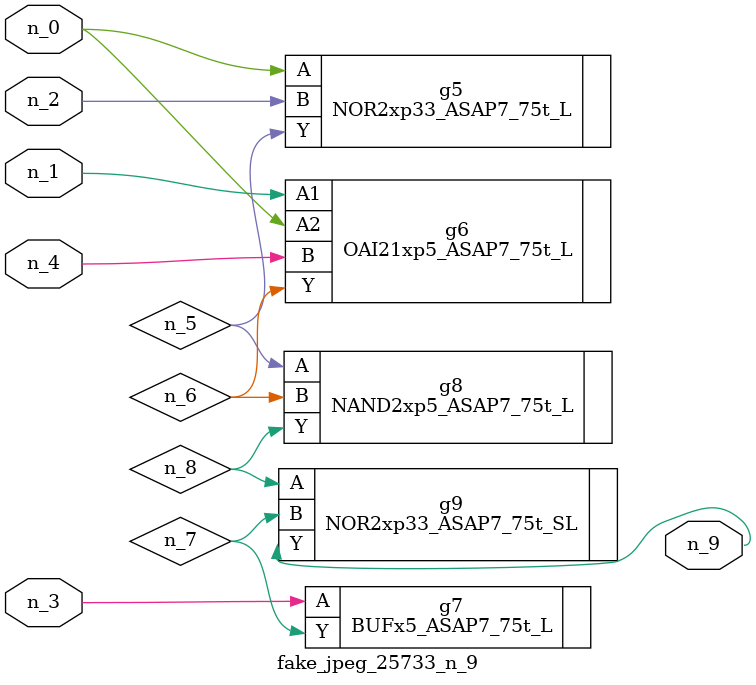
<source format=v>
module fake_jpeg_25733_n_9 (n_3, n_2, n_1, n_0, n_4, n_9);

input n_3;
input n_2;
input n_1;
input n_0;
input n_4;

output n_9;

wire n_8;
wire n_6;
wire n_5;
wire n_7;

NOR2xp33_ASAP7_75t_L g5 ( 
.A(n_0),
.B(n_2),
.Y(n_5)
);

OAI21xp5_ASAP7_75t_L g6 ( 
.A1(n_1),
.A2(n_0),
.B(n_4),
.Y(n_6)
);

BUFx5_ASAP7_75t_L g7 ( 
.A(n_3),
.Y(n_7)
);

NAND2xp5_ASAP7_75t_L g8 ( 
.A(n_5),
.B(n_6),
.Y(n_8)
);

NOR2xp33_ASAP7_75t_SL g9 ( 
.A(n_8),
.B(n_7),
.Y(n_9)
);


endmodule
</source>
